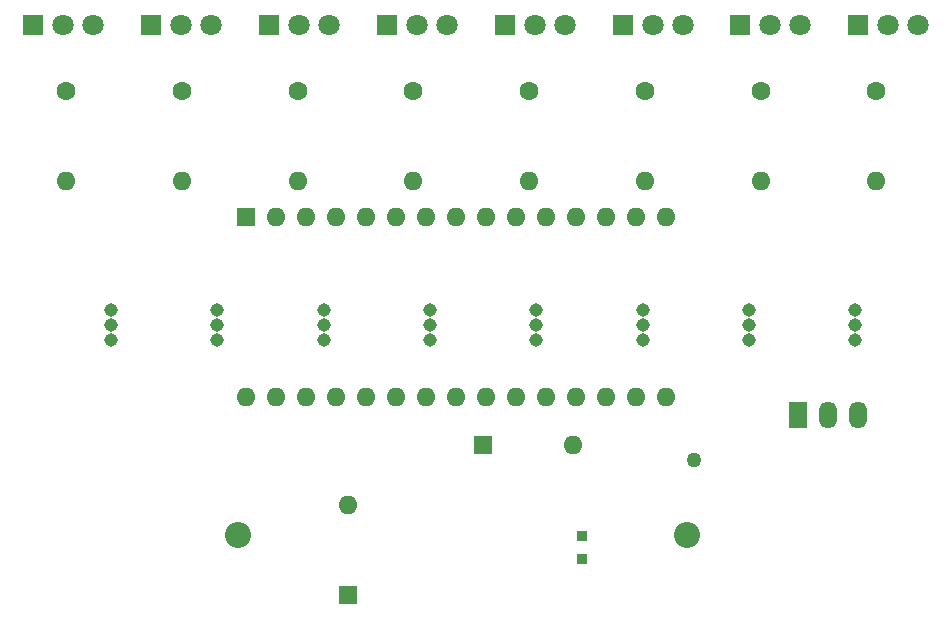
<source format=gts>
G04 #@! TF.GenerationSoftware,KiCad,Pcbnew,(5.1.10)-1*
G04 #@! TF.CreationDate,2021-07-19T16:23:16-07:00*
G04 #@! TF.ProjectId,1spareparts,31737061-7265-4706-9172-74732e6b6963,rev?*
G04 #@! TF.SameCoordinates,Original*
G04 #@! TF.FileFunction,Soldermask,Top*
G04 #@! TF.FilePolarity,Negative*
%FSLAX46Y46*%
G04 Gerber Fmt 4.6, Leading zero omitted, Abs format (unit mm)*
G04 Created by KiCad (PCBNEW (5.1.10)-1) date 2021-07-19 16:23:16*
%MOMM*%
%LPD*%
G01*
G04 APERTURE LIST*
%ADD10C,1.270000*%
%ADD11C,2.205000*%
%ADD12R,1.600000X1.600000*%
%ADD13O,1.600000X1.600000*%
%ADD14O,1.500000X2.300000*%
%ADD15R,1.500000X2.300000*%
%ADD16R,1.800000X1.800000*%
%ADD17C,1.800000*%
%ADD18R,0.889000X0.952500*%
%ADD19C,1.143000*%
%ADD20C,1.600000*%
G04 APERTURE END LIST*
D10*
X163852000Y-105390000D03*
D11*
X163257000Y-111760000D03*
X125287000Y-111760000D03*
D12*
X125984000Y-84836000D03*
D13*
X159004000Y-100076000D03*
X128524000Y-84836000D03*
X156464000Y-100076000D03*
X131064000Y-84836000D03*
X153924000Y-100076000D03*
X133604000Y-84836000D03*
X151384000Y-100076000D03*
X136144000Y-84836000D03*
X148844000Y-100076000D03*
X138684000Y-84836000D03*
X146304000Y-100076000D03*
X141224000Y-84836000D03*
X143764000Y-100076000D03*
X143764000Y-84836000D03*
X141224000Y-100076000D03*
X146304000Y-84836000D03*
X138684000Y-100076000D03*
X148844000Y-84836000D03*
X136144000Y-100076000D03*
X151384000Y-84836000D03*
X133604000Y-100076000D03*
X153924000Y-84836000D03*
X131064000Y-100076000D03*
X156464000Y-84836000D03*
X128524000Y-100076000D03*
X159004000Y-84836000D03*
X125984000Y-100076000D03*
X161544000Y-84836000D03*
X161544000Y-100076000D03*
D14*
X177800000Y-101600000D03*
X175260000Y-101600000D03*
D15*
X172720000Y-101600000D03*
D16*
X177800000Y-68580000D03*
D17*
X180340000Y-68580000D03*
X182880000Y-68580000D03*
D16*
X107950000Y-68580000D03*
D17*
X110490000Y-68580000D03*
X113030000Y-68580000D03*
X123008571Y-68580000D03*
X120468571Y-68580000D03*
D16*
X117928571Y-68580000D03*
X127907142Y-68580000D03*
D17*
X130447142Y-68580000D03*
X132987142Y-68580000D03*
X142965713Y-68580000D03*
X140425713Y-68580000D03*
D16*
X137885713Y-68580000D03*
X147864284Y-68580000D03*
D17*
X150404284Y-68580000D03*
X152944284Y-68580000D03*
X162922855Y-68580000D03*
X160382855Y-68580000D03*
D16*
X157842855Y-68580000D03*
D18*
X154432000Y-111848900D03*
X154432000Y-113792000D03*
D17*
X172901426Y-68580000D03*
X170361426Y-68580000D03*
D16*
X167821426Y-68580000D03*
D12*
X134620000Y-116840000D03*
D13*
X134620000Y-109220000D03*
X153670000Y-104140000D03*
D12*
X146050000Y-104140000D03*
D19*
X159530000Y-92710000D03*
X159530000Y-93980000D03*
X159530000Y-95250000D03*
X168530000Y-95250000D03*
X168530000Y-93980000D03*
X168530000Y-92710000D03*
X132530000Y-92710000D03*
X132530000Y-93980000D03*
X132530000Y-95250000D03*
X177530000Y-95250000D03*
X177530000Y-93980000D03*
X177530000Y-92710000D03*
X141530000Y-92710000D03*
X141530000Y-93980000D03*
X141530000Y-95250000D03*
X123530000Y-95250000D03*
X123530000Y-93980000D03*
X123530000Y-92710000D03*
X150530000Y-92710000D03*
X150530000Y-93980000D03*
X150530000Y-95250000D03*
X114530000Y-95250000D03*
X114530000Y-93980000D03*
X114530000Y-92710000D03*
D13*
X110744000Y-81788000D03*
D20*
X110744000Y-74168000D03*
X120541142Y-74168000D03*
D13*
X120541142Y-81788000D03*
X130338284Y-81788000D03*
D20*
X130338284Y-74168000D03*
X140135426Y-74168000D03*
D13*
X140135426Y-81788000D03*
X149932568Y-81788000D03*
D20*
X149932568Y-74168000D03*
X159729710Y-74168000D03*
D13*
X159729710Y-81788000D03*
X169526852Y-81788000D03*
D20*
X169526852Y-74168000D03*
X179324000Y-74168000D03*
D13*
X179324000Y-81788000D03*
M02*

</source>
